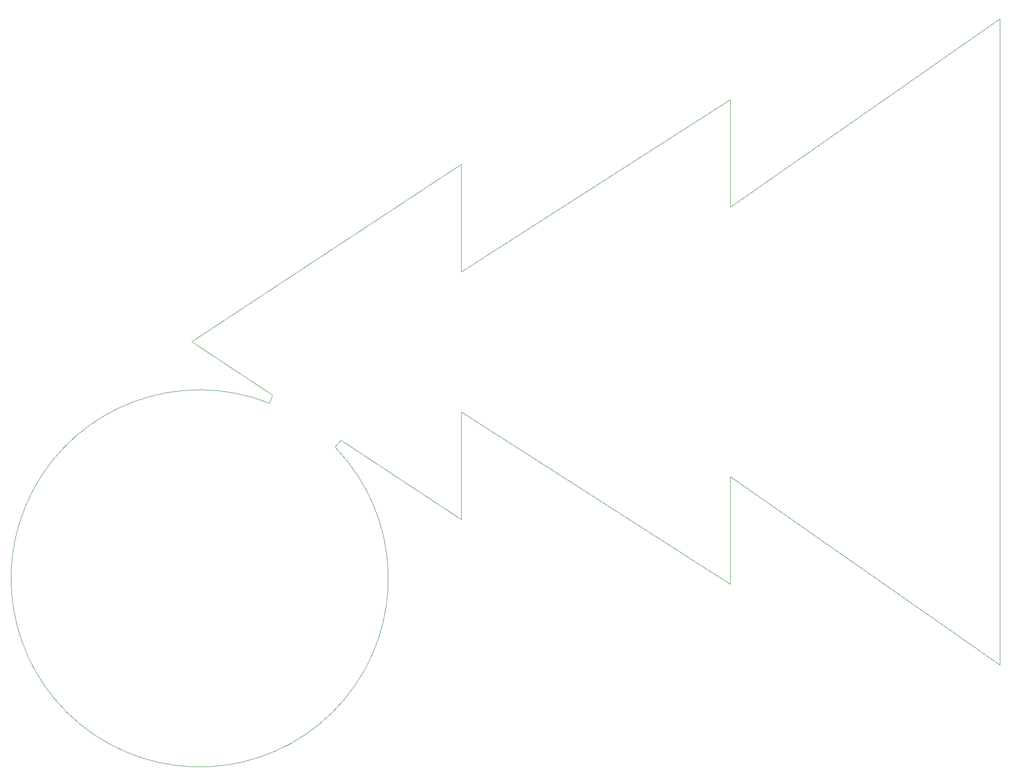
<source format=gbr>
%TF.GenerationSoftware,KiCad,Pcbnew,8.0.5*%
%TF.CreationDate,2024-12-06T23:01:49+01:00*%
%TF.ProjectId,xmasTree,786d6173-5472-4656-952e-6b696361645f,R2*%
%TF.SameCoordinates,Original*%
%TF.FileFunction,Profile,NP*%
%FSLAX46Y46*%
G04 Gerber Fmt 4.6, Leading zero omitted, Abs format (unit mm)*
G04 Created by KiCad (PCBNEW 8.0.5) date 2024-12-06 23:01:49*
%MOMM*%
%LPD*%
G01*
G04 APERTURE LIST*
%TA.AperFunction,Profile*%
%ADD10C,0.050000*%
%TD*%
G04 APERTURE END LIST*
D10*
X173660000Y-54248000D02*
X223660000Y-19248000D01*
X123660000Y-112248000D02*
X123660000Y-92248000D01*
X73660000Y-79248000D02*
X123660000Y-46248000D01*
X123660000Y-66248000D02*
X173660000Y-34248000D01*
X173660000Y-104248000D02*
X223660000Y-139248000D01*
X173660000Y-34248000D02*
X173660000Y-54248000D01*
X223660000Y-19248000D02*
X223660000Y-79248000D01*
X173660000Y-124248000D02*
X173660000Y-104248000D01*
X223660000Y-139248000D02*
X223660000Y-79248000D01*
X123660000Y-92248000D02*
X173660000Y-124248000D01*
X123660000Y-46248000D02*
X123660000Y-66248000D01*
X73660000Y-79248000D02*
X88646000Y-89154000D01*
X123660000Y-112248000D02*
X101346000Y-97536000D01*
X101346000Y-97536000D02*
X100238777Y-98772319D01*
X88646000Y-89154000D02*
X88138000Y-90678000D01*
X100238777Y-98772319D02*
G75*
G02*
X88138000Y-90678000I-25090777J-24417681D01*
G01*
M02*

</source>
